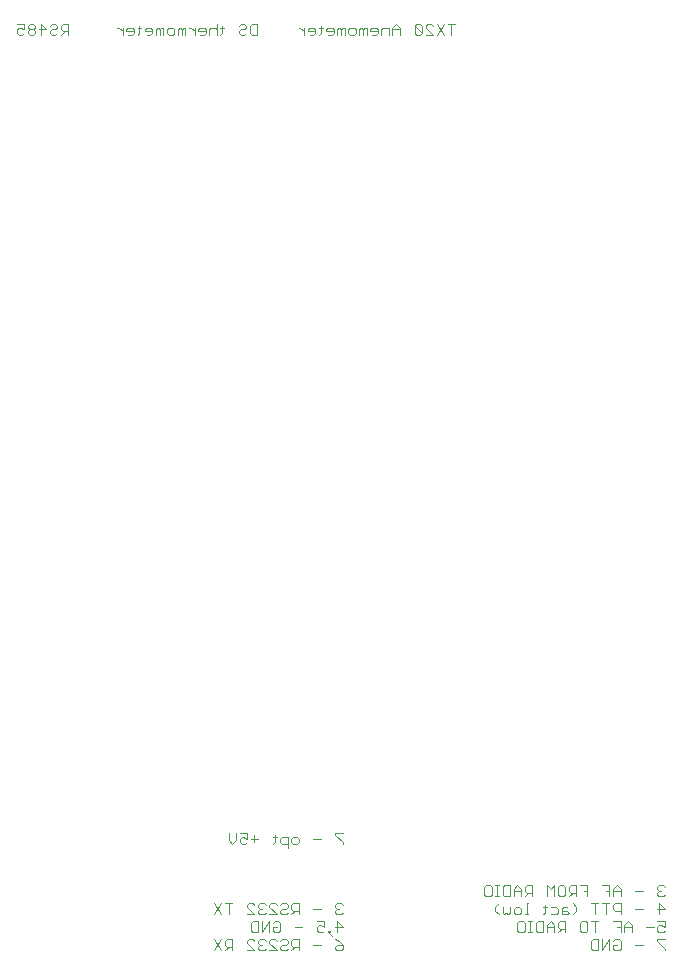
<source format=gbl>
G75*
%MOIN*%
%OFA0B0*%
%FSLAX25Y25*%
%IPPOS*%
%LPD*%
%AMOC8*
5,1,8,0,0,1.08239X$1,22.5*
%
%ADD10C,0.00300*%
D10*
X0079434Y0039273D02*
X0081902Y0042976D01*
X0083117Y0042359D02*
X0083734Y0042976D01*
X0085585Y0042976D01*
X0085585Y0039273D01*
X0085585Y0040507D02*
X0083734Y0040507D01*
X0083117Y0041124D01*
X0083117Y0042359D01*
X0084351Y0040507D02*
X0083117Y0039273D01*
X0081902Y0039273D02*
X0079434Y0042976D01*
X0079434Y0051273D02*
X0081902Y0054976D01*
X0083117Y0054976D02*
X0085585Y0054976D01*
X0084351Y0054976D02*
X0084351Y0051273D01*
X0081902Y0051273D02*
X0079434Y0054976D01*
X0090483Y0054359D02*
X0091100Y0054976D01*
X0092335Y0054976D01*
X0092952Y0054359D01*
X0094166Y0054359D02*
X0094166Y0053742D01*
X0094783Y0053124D01*
X0094166Y0052507D01*
X0094166Y0051890D01*
X0094783Y0051273D01*
X0096018Y0051273D01*
X0096635Y0051890D01*
X0097849Y0051273D02*
X0100318Y0051273D01*
X0097849Y0053742D01*
X0097849Y0054359D01*
X0098466Y0054976D01*
X0099701Y0054976D01*
X0100318Y0054359D01*
X0101532Y0054359D02*
X0102150Y0054976D01*
X0103384Y0054976D01*
X0104001Y0054359D01*
X0104001Y0053742D01*
X0103384Y0053124D01*
X0102150Y0053124D01*
X0101532Y0052507D01*
X0101532Y0051890D01*
X0102150Y0051273D01*
X0103384Y0051273D01*
X0104001Y0051890D01*
X0105216Y0051273D02*
X0106450Y0052507D01*
X0105833Y0052507D02*
X0107684Y0052507D01*
X0107684Y0051273D02*
X0107684Y0054976D01*
X0105833Y0054976D01*
X0105216Y0054359D01*
X0105216Y0053124D01*
X0105833Y0052507D01*
X0106443Y0047124D02*
X0108912Y0047124D01*
X0107684Y0042976D02*
X0105833Y0042976D01*
X0105216Y0042359D01*
X0105216Y0041124D01*
X0105833Y0040507D01*
X0107684Y0040507D01*
X0106450Y0040507D02*
X0105216Y0039273D01*
X0104001Y0039890D02*
X0103384Y0039273D01*
X0102150Y0039273D01*
X0101532Y0039890D01*
X0101532Y0040507D01*
X0102150Y0041124D01*
X0103384Y0041124D01*
X0104001Y0041742D01*
X0104001Y0042359D01*
X0103384Y0042976D01*
X0102150Y0042976D01*
X0101532Y0042359D01*
X0100318Y0042359D02*
X0099701Y0042976D01*
X0098466Y0042976D01*
X0097849Y0042359D01*
X0097849Y0041742D01*
X0100318Y0039273D01*
X0097849Y0039273D01*
X0096635Y0039890D02*
X0096018Y0039273D01*
X0094783Y0039273D01*
X0094166Y0039890D01*
X0094166Y0040507D01*
X0094783Y0041124D01*
X0095401Y0041124D01*
X0094783Y0041124D02*
X0094166Y0041742D01*
X0094166Y0042359D01*
X0094783Y0042976D01*
X0096018Y0042976D01*
X0096635Y0042359D01*
X0097863Y0045273D02*
X0097863Y0048976D01*
X0095394Y0045273D01*
X0095394Y0048976D01*
X0094179Y0048976D02*
X0092328Y0048976D01*
X0091711Y0048359D01*
X0091711Y0045890D01*
X0092328Y0045273D01*
X0094179Y0045273D01*
X0094179Y0048976D01*
X0092952Y0051273D02*
X0090483Y0053742D01*
X0090483Y0054359D01*
X0090483Y0051273D02*
X0092952Y0051273D01*
X0094783Y0053124D02*
X0095401Y0053124D01*
X0096635Y0054359D02*
X0096018Y0054976D01*
X0094783Y0054976D01*
X0094166Y0054359D01*
X0099694Y0048976D02*
X0100929Y0048976D01*
X0101546Y0048359D01*
X0101546Y0045890D01*
X0100929Y0045273D01*
X0099694Y0045273D01*
X0099077Y0045890D01*
X0099077Y0047124D01*
X0100311Y0047124D01*
X0099077Y0048359D02*
X0099694Y0048976D01*
X0092952Y0042359D02*
X0092335Y0042976D01*
X0091100Y0042976D01*
X0090483Y0042359D01*
X0090483Y0041742D01*
X0092952Y0039273D01*
X0090483Y0039273D01*
X0107684Y0039273D02*
X0107684Y0042976D01*
X0112582Y0041124D02*
X0115051Y0041124D01*
X0115661Y0045273D02*
X0114427Y0045273D01*
X0113810Y0045890D01*
X0113810Y0047124D01*
X0114427Y0047742D01*
X0115044Y0047742D01*
X0116278Y0047124D01*
X0116278Y0048976D01*
X0113810Y0048976D01*
X0116278Y0045890D02*
X0115661Y0045273D01*
X0117499Y0045273D02*
X0118117Y0045273D01*
X0118117Y0045890D01*
X0117499Y0045890D01*
X0117499Y0045273D01*
X0118734Y0044038D01*
X0119948Y0042976D02*
X0121183Y0042359D01*
X0122417Y0041124D01*
X0120565Y0041124D01*
X0119948Y0040507D01*
X0119948Y0039890D01*
X0120565Y0039273D01*
X0121800Y0039273D01*
X0122417Y0039890D01*
X0122417Y0041124D01*
X0120565Y0045273D02*
X0120565Y0048976D01*
X0122417Y0047124D01*
X0119948Y0047124D01*
X0120565Y0051273D02*
X0121800Y0051273D01*
X0122417Y0051890D01*
X0121183Y0053124D02*
X0120565Y0053124D01*
X0119948Y0052507D01*
X0119948Y0051890D01*
X0120565Y0051273D01*
X0120565Y0053124D02*
X0119948Y0053742D01*
X0119948Y0054359D01*
X0120565Y0054976D01*
X0121800Y0054976D01*
X0122417Y0054359D01*
X0115051Y0053124D02*
X0112582Y0053124D01*
X0104001Y0073472D02*
X0104001Y0077175D01*
X0102150Y0077175D01*
X0101532Y0076557D01*
X0101532Y0075323D01*
X0102150Y0074706D01*
X0104001Y0074706D01*
X0105216Y0075323D02*
X0105216Y0076557D01*
X0105833Y0077175D01*
X0107067Y0077175D01*
X0107684Y0076557D01*
X0107684Y0075323D01*
X0107067Y0074706D01*
X0105833Y0074706D01*
X0105216Y0075323D01*
X0100318Y0077175D02*
X0099084Y0077175D01*
X0099701Y0077792D02*
X0099701Y0075323D01*
X0099084Y0074706D01*
X0094179Y0076557D02*
X0091711Y0076557D01*
X0090496Y0076557D02*
X0089262Y0077175D01*
X0088645Y0077175D01*
X0088028Y0076557D01*
X0088028Y0075323D01*
X0088645Y0074706D01*
X0089879Y0074706D01*
X0090496Y0075323D01*
X0090496Y0076557D02*
X0090496Y0078409D01*
X0088028Y0078409D01*
X0086813Y0078409D02*
X0086813Y0075940D01*
X0085579Y0074706D01*
X0084344Y0075940D01*
X0084344Y0078409D01*
X0092945Y0077792D02*
X0092945Y0075323D01*
X0112582Y0076557D02*
X0115051Y0076557D01*
X0119948Y0077792D02*
X0122417Y0075323D01*
X0122417Y0074706D01*
X0122417Y0078409D02*
X0119948Y0078409D01*
X0119948Y0077792D01*
X0169529Y0060359D02*
X0169529Y0057890D01*
X0170146Y0057273D01*
X0171381Y0057273D01*
X0171998Y0057890D01*
X0171998Y0060359D01*
X0171381Y0060976D01*
X0170146Y0060976D01*
X0169529Y0060359D01*
X0173219Y0060976D02*
X0174453Y0060976D01*
X0173836Y0060976D02*
X0173836Y0057273D01*
X0174453Y0057273D02*
X0173219Y0057273D01*
X0175668Y0057890D02*
X0175668Y0060359D01*
X0176285Y0060976D01*
X0178136Y0060976D01*
X0178136Y0057273D01*
X0176285Y0057273D01*
X0175668Y0057890D01*
X0174453Y0054976D02*
X0173219Y0053742D01*
X0173219Y0052507D01*
X0174453Y0051273D01*
X0175668Y0051890D02*
X0175668Y0053742D01*
X0175668Y0051890D02*
X0176285Y0051273D01*
X0176902Y0051890D01*
X0177519Y0051273D01*
X0178136Y0051890D01*
X0178136Y0053742D01*
X0179351Y0053124D02*
X0179351Y0051890D01*
X0179968Y0051273D01*
X0181202Y0051273D01*
X0181820Y0051890D01*
X0181820Y0053124D01*
X0181202Y0053742D01*
X0179968Y0053742D01*
X0179351Y0053124D01*
X0183041Y0051273D02*
X0184275Y0051273D01*
X0183658Y0051273D02*
X0183658Y0054976D01*
X0184275Y0054976D01*
X0185503Y0057273D02*
X0185503Y0060976D01*
X0183651Y0060976D01*
X0183034Y0060359D01*
X0183034Y0059124D01*
X0183651Y0058507D01*
X0185503Y0058507D01*
X0184268Y0058507D02*
X0183034Y0057273D01*
X0181820Y0057273D02*
X0181820Y0059742D01*
X0180585Y0060976D01*
X0179351Y0059742D01*
X0179351Y0057273D01*
X0179351Y0059124D02*
X0181820Y0059124D01*
X0190400Y0060976D02*
X0190400Y0057273D01*
X0192869Y0057273D02*
X0192869Y0060976D01*
X0191635Y0059742D01*
X0190400Y0060976D01*
X0194083Y0060359D02*
X0194083Y0057890D01*
X0194701Y0057273D01*
X0195935Y0057273D01*
X0196552Y0057890D01*
X0196552Y0060359D01*
X0195935Y0060976D01*
X0194701Y0060976D01*
X0194083Y0060359D01*
X0197766Y0060359D02*
X0197766Y0059124D01*
X0198384Y0058507D01*
X0200235Y0058507D01*
X0199001Y0058507D02*
X0197766Y0057273D01*
X0200235Y0057273D02*
X0200235Y0060976D01*
X0198384Y0060976D01*
X0197766Y0060359D01*
X0201450Y0060976D02*
X0203918Y0060976D01*
X0203918Y0057273D01*
X0203918Y0059124D02*
X0202684Y0059124D01*
X0205133Y0054976D02*
X0207602Y0054976D01*
X0208816Y0054976D02*
X0211285Y0054976D01*
X0210050Y0054976D02*
X0210050Y0051273D01*
X0212499Y0053124D02*
X0213116Y0052507D01*
X0214968Y0052507D01*
X0214968Y0051273D02*
X0214968Y0054976D01*
X0213116Y0054976D01*
X0212499Y0054359D01*
X0212499Y0053124D01*
X0212499Y0057273D02*
X0212499Y0059742D01*
X0213733Y0060976D01*
X0214968Y0059742D01*
X0214968Y0057273D01*
X0214968Y0059124D02*
X0212499Y0059124D01*
X0211285Y0059124D02*
X0210050Y0059124D01*
X0211285Y0057273D02*
X0211285Y0060976D01*
X0208816Y0060976D01*
X0206367Y0054976D02*
X0206367Y0051273D01*
X0206367Y0048976D02*
X0206367Y0045273D01*
X0205750Y0042976D02*
X0207602Y0042976D01*
X0207602Y0039273D01*
X0205750Y0039273D01*
X0205133Y0039890D01*
X0205133Y0042359D01*
X0205750Y0042976D01*
X0208816Y0042976D02*
X0208816Y0039273D01*
X0211285Y0042976D01*
X0211285Y0039273D01*
X0212499Y0039890D02*
X0212499Y0041124D01*
X0213733Y0041124D01*
X0212499Y0039890D02*
X0213116Y0039273D01*
X0214351Y0039273D01*
X0214968Y0039890D01*
X0214968Y0042359D01*
X0214351Y0042976D01*
X0213116Y0042976D01*
X0212499Y0042359D01*
X0214968Y0045273D02*
X0214968Y0048976D01*
X0212499Y0048976D01*
X0213733Y0047124D02*
X0214968Y0047124D01*
X0216182Y0047124D02*
X0218651Y0047124D01*
X0218651Y0047742D02*
X0217417Y0048976D01*
X0216182Y0047742D01*
X0216182Y0045273D01*
X0218651Y0045273D02*
X0218651Y0047742D01*
X0223548Y0047124D02*
X0226017Y0047124D01*
X0227232Y0047124D02*
X0227232Y0045890D01*
X0227849Y0045273D01*
X0229083Y0045273D01*
X0229700Y0045890D01*
X0229700Y0047124D02*
X0228466Y0047742D01*
X0227849Y0047742D01*
X0227232Y0047124D01*
X0227232Y0048976D02*
X0229700Y0048976D01*
X0229700Y0047124D01*
X0229700Y0042976D02*
X0227232Y0042976D01*
X0227232Y0042359D01*
X0229700Y0039890D01*
X0229700Y0039273D01*
X0222334Y0041124D02*
X0219865Y0041124D01*
X0227849Y0051273D02*
X0227849Y0054976D01*
X0229700Y0053124D01*
X0227232Y0053124D01*
X0227849Y0057273D02*
X0229083Y0057273D01*
X0229700Y0057890D01*
X0228466Y0059124D02*
X0227849Y0059124D01*
X0227232Y0058507D01*
X0227232Y0057890D01*
X0227849Y0057273D01*
X0227849Y0059124D02*
X0227232Y0059742D01*
X0227232Y0060359D01*
X0227849Y0060976D01*
X0229083Y0060976D01*
X0229700Y0060359D01*
X0222334Y0059124D02*
X0219865Y0059124D01*
X0219865Y0053124D02*
X0222334Y0053124D01*
X0207602Y0048976D02*
X0205133Y0048976D01*
X0203918Y0048359D02*
X0203918Y0045890D01*
X0203301Y0045273D01*
X0202067Y0045273D01*
X0201450Y0045890D01*
X0201450Y0048359D01*
X0202067Y0048976D01*
X0203301Y0048976D01*
X0203918Y0048359D01*
X0200235Y0052507D02*
X0200235Y0053742D01*
X0199001Y0054976D01*
X0197163Y0053742D02*
X0195928Y0053742D01*
X0195311Y0053124D01*
X0195311Y0051273D01*
X0197163Y0051273D01*
X0197780Y0051890D01*
X0197163Y0052507D01*
X0195311Y0052507D01*
X0194097Y0051890D02*
X0193479Y0051273D01*
X0191628Y0051273D01*
X0189796Y0051890D02*
X0189796Y0054359D01*
X0189179Y0053742D02*
X0190414Y0053742D01*
X0191628Y0053742D02*
X0193479Y0053742D01*
X0194097Y0053124D01*
X0194097Y0051890D01*
X0194701Y0048976D02*
X0194083Y0048359D01*
X0194083Y0047124D01*
X0194701Y0046507D01*
X0196552Y0046507D01*
X0196552Y0045273D02*
X0196552Y0048976D01*
X0194701Y0048976D01*
X0192869Y0047742D02*
X0191635Y0048976D01*
X0190400Y0047742D01*
X0190400Y0045273D01*
X0189186Y0045273D02*
X0187334Y0045273D01*
X0186717Y0045890D01*
X0186717Y0048359D01*
X0187334Y0048976D01*
X0189186Y0048976D01*
X0189186Y0045273D01*
X0190400Y0047124D02*
X0192869Y0047124D01*
X0192869Y0047742D02*
X0192869Y0045273D01*
X0194083Y0045273D02*
X0195318Y0046507D01*
X0199001Y0051273D02*
X0200235Y0052507D01*
X0189796Y0051890D02*
X0189179Y0051273D01*
X0185503Y0048976D02*
X0184268Y0048976D01*
X0184885Y0048976D02*
X0184885Y0045273D01*
X0184268Y0045273D02*
X0185503Y0045273D01*
X0183047Y0045890D02*
X0182430Y0045273D01*
X0181196Y0045273D01*
X0180578Y0045890D01*
X0180578Y0048359D01*
X0181196Y0048976D01*
X0182430Y0048976D01*
X0183047Y0048359D01*
X0183047Y0045890D01*
X0158584Y0344391D02*
X0158584Y0348094D01*
X0157350Y0348094D02*
X0159819Y0348094D01*
X0156135Y0348094D02*
X0153667Y0344391D01*
X0152452Y0344391D02*
X0149983Y0346860D01*
X0149983Y0347477D01*
X0150601Y0348094D01*
X0151835Y0348094D01*
X0152452Y0347477D01*
X0153667Y0348094D02*
X0156135Y0344391D01*
X0152452Y0344391D02*
X0149983Y0344391D01*
X0148769Y0345008D02*
X0146300Y0347477D01*
X0146300Y0345008D01*
X0146917Y0344391D01*
X0148152Y0344391D01*
X0148769Y0345008D01*
X0148769Y0347477D01*
X0148152Y0348094D01*
X0146917Y0348094D01*
X0146300Y0347477D01*
X0141403Y0346860D02*
X0141403Y0344391D01*
X0141403Y0346243D02*
X0138934Y0346243D01*
X0138934Y0346860D02*
X0138934Y0344391D01*
X0137720Y0344391D02*
X0137720Y0346860D01*
X0135868Y0346860D01*
X0135251Y0346243D01*
X0135251Y0344391D01*
X0134036Y0345008D02*
X0134036Y0346243D01*
X0133419Y0346860D01*
X0132185Y0346860D01*
X0131568Y0346243D01*
X0131568Y0345625D01*
X0134036Y0345625D01*
X0134036Y0345008D02*
X0133419Y0344391D01*
X0132185Y0344391D01*
X0130353Y0344391D02*
X0130353Y0346860D01*
X0129736Y0346860D01*
X0129119Y0346243D01*
X0128502Y0346860D01*
X0127885Y0346243D01*
X0127885Y0344391D01*
X0129119Y0344391D02*
X0129119Y0346243D01*
X0126670Y0346243D02*
X0126670Y0345008D01*
X0126053Y0344391D01*
X0124819Y0344391D01*
X0124201Y0345008D01*
X0124201Y0346243D01*
X0124819Y0346860D01*
X0126053Y0346860D01*
X0126670Y0346243D01*
X0122987Y0346860D02*
X0122987Y0344391D01*
X0121753Y0344391D02*
X0121753Y0346243D01*
X0121135Y0346860D01*
X0120518Y0346243D01*
X0120518Y0344391D01*
X0119304Y0345008D02*
X0119304Y0346243D01*
X0118687Y0346860D01*
X0117452Y0346860D01*
X0116835Y0346243D01*
X0116835Y0345625D01*
X0119304Y0345625D01*
X0119304Y0345008D02*
X0118687Y0344391D01*
X0117452Y0344391D01*
X0115004Y0345008D02*
X0114386Y0344391D01*
X0115004Y0345008D02*
X0115004Y0347477D01*
X0115621Y0346860D02*
X0114386Y0346860D01*
X0113165Y0346243D02*
X0112548Y0346860D01*
X0111314Y0346860D01*
X0110697Y0346243D01*
X0110697Y0345625D01*
X0113165Y0345625D01*
X0113165Y0345008D02*
X0113165Y0346243D01*
X0113165Y0345008D02*
X0112548Y0344391D01*
X0111314Y0344391D01*
X0109482Y0344391D02*
X0109482Y0346860D01*
X0108248Y0346860D02*
X0107631Y0346860D01*
X0108248Y0346860D02*
X0109482Y0345625D01*
X0121753Y0346243D02*
X0122370Y0346860D01*
X0122987Y0346860D01*
X0138934Y0346860D02*
X0140168Y0348094D01*
X0141403Y0346860D01*
X0093874Y0348094D02*
X0093874Y0344391D01*
X0092022Y0344391D01*
X0091405Y0345008D01*
X0091405Y0347477D01*
X0092022Y0348094D01*
X0093874Y0348094D01*
X0090190Y0347477D02*
X0090190Y0346860D01*
X0089573Y0346243D01*
X0088339Y0346243D01*
X0087722Y0345625D01*
X0087722Y0345008D01*
X0088339Y0344391D01*
X0089573Y0344391D01*
X0090190Y0345008D01*
X0090190Y0347477D02*
X0089573Y0348094D01*
X0088339Y0348094D01*
X0087722Y0347477D01*
X0082824Y0346860D02*
X0081590Y0346860D01*
X0082207Y0347477D02*
X0082207Y0345008D01*
X0081590Y0344391D01*
X0080369Y0344391D02*
X0080369Y0348094D01*
X0079752Y0346860D02*
X0078517Y0346860D01*
X0077900Y0346243D01*
X0077900Y0344391D01*
X0076686Y0345008D02*
X0076686Y0346243D01*
X0076068Y0346860D01*
X0074834Y0346860D01*
X0074217Y0346243D01*
X0074217Y0345625D01*
X0076686Y0345625D01*
X0076686Y0345008D02*
X0076068Y0344391D01*
X0074834Y0344391D01*
X0073002Y0344391D02*
X0073002Y0346860D01*
X0071768Y0346860D02*
X0073002Y0345625D01*
X0071768Y0346860D02*
X0071151Y0346860D01*
X0069933Y0346860D02*
X0069316Y0346860D01*
X0068699Y0346243D01*
X0068082Y0346860D01*
X0067464Y0346243D01*
X0067464Y0344391D01*
X0068699Y0344391D02*
X0068699Y0346243D01*
X0069933Y0346860D02*
X0069933Y0344391D01*
X0066250Y0345008D02*
X0066250Y0346243D01*
X0065633Y0346860D01*
X0064398Y0346860D01*
X0063781Y0346243D01*
X0063781Y0345008D01*
X0064398Y0344391D01*
X0065633Y0344391D01*
X0066250Y0345008D01*
X0062567Y0344391D02*
X0062567Y0346860D01*
X0061950Y0346860D01*
X0061333Y0346243D01*
X0060715Y0346860D01*
X0060098Y0346243D01*
X0060098Y0344391D01*
X0061333Y0344391D02*
X0061333Y0346243D01*
X0058884Y0346243D02*
X0058884Y0345008D01*
X0058267Y0344391D01*
X0057032Y0344391D01*
X0056415Y0345625D02*
X0058884Y0345625D01*
X0058884Y0346243D02*
X0058267Y0346860D01*
X0057032Y0346860D01*
X0056415Y0346243D01*
X0056415Y0345625D01*
X0055201Y0346860D02*
X0053966Y0346860D01*
X0054583Y0347477D02*
X0054583Y0345008D01*
X0053966Y0344391D01*
X0052745Y0345008D02*
X0052745Y0346243D01*
X0052128Y0346860D01*
X0050894Y0346860D01*
X0050276Y0346243D01*
X0050276Y0345625D01*
X0052745Y0345625D01*
X0052745Y0345008D02*
X0052128Y0344391D01*
X0050894Y0344391D01*
X0049062Y0344391D02*
X0049062Y0346860D01*
X0047828Y0346860D02*
X0047210Y0346860D01*
X0047828Y0346860D02*
X0049062Y0345625D01*
X0030881Y0345625D02*
X0029030Y0345625D01*
X0028413Y0346243D01*
X0028413Y0347477D01*
X0029030Y0348094D01*
X0030881Y0348094D01*
X0030881Y0344391D01*
X0029647Y0345625D02*
X0028413Y0344391D01*
X0027198Y0345008D02*
X0026581Y0344391D01*
X0025347Y0344391D01*
X0024730Y0345008D01*
X0024730Y0345625D01*
X0025347Y0346243D01*
X0026581Y0346243D01*
X0027198Y0346860D01*
X0027198Y0347477D01*
X0026581Y0348094D01*
X0025347Y0348094D01*
X0024730Y0347477D01*
X0023515Y0346243D02*
X0021046Y0346243D01*
X0019832Y0346860D02*
X0019832Y0347477D01*
X0019215Y0348094D01*
X0017980Y0348094D01*
X0017363Y0347477D01*
X0017363Y0346860D01*
X0017980Y0346243D01*
X0019215Y0346243D01*
X0019832Y0346860D01*
X0019215Y0346243D02*
X0019832Y0345625D01*
X0019832Y0345008D01*
X0019215Y0344391D01*
X0017980Y0344391D01*
X0017363Y0345008D01*
X0017363Y0345625D01*
X0017980Y0346243D01*
X0016149Y0346243D02*
X0014915Y0346860D01*
X0014297Y0346860D01*
X0013680Y0346243D01*
X0013680Y0345008D01*
X0014297Y0344391D01*
X0015532Y0344391D01*
X0016149Y0345008D01*
X0016149Y0346243D02*
X0016149Y0348094D01*
X0013680Y0348094D01*
X0021664Y0348094D02*
X0021664Y0344391D01*
X0023515Y0346243D02*
X0021664Y0348094D01*
X0079752Y0346860D02*
X0080369Y0346243D01*
M02*

</source>
